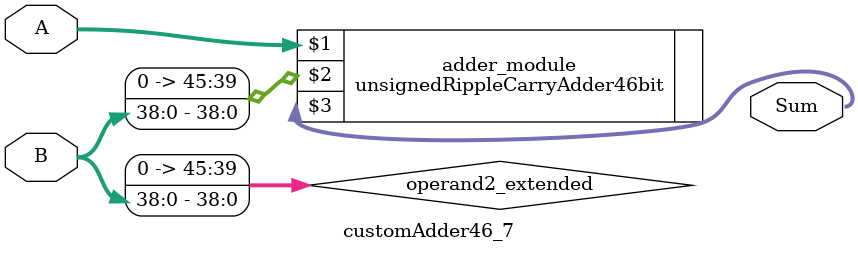
<source format=v>
module customAdder46_7(
                        input [45 : 0] A,
                        input [38 : 0] B,
                        
                        output [46 : 0] Sum
                );

        wire [45 : 0] operand2_extended;
        
        assign operand2_extended =  {7'b0, B};
        
        unsignedRippleCarryAdder46bit adder_module(
            A,
            operand2_extended,
            Sum
        );
        
        endmodule
        
</source>
